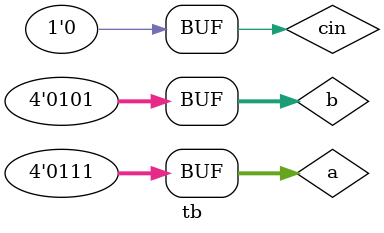
<source format=v>
`timescale 1ns/1ps
module tb;
reg [3:0] a,b;
reg cin;
wire[3:0] s;
wire cout;
ADD4 t(a,b,cin,cout,s);
initial begin
	$monitor(s);
	a = 7;
	b = 5;
	cin = 0;

end
endmodule

</source>
